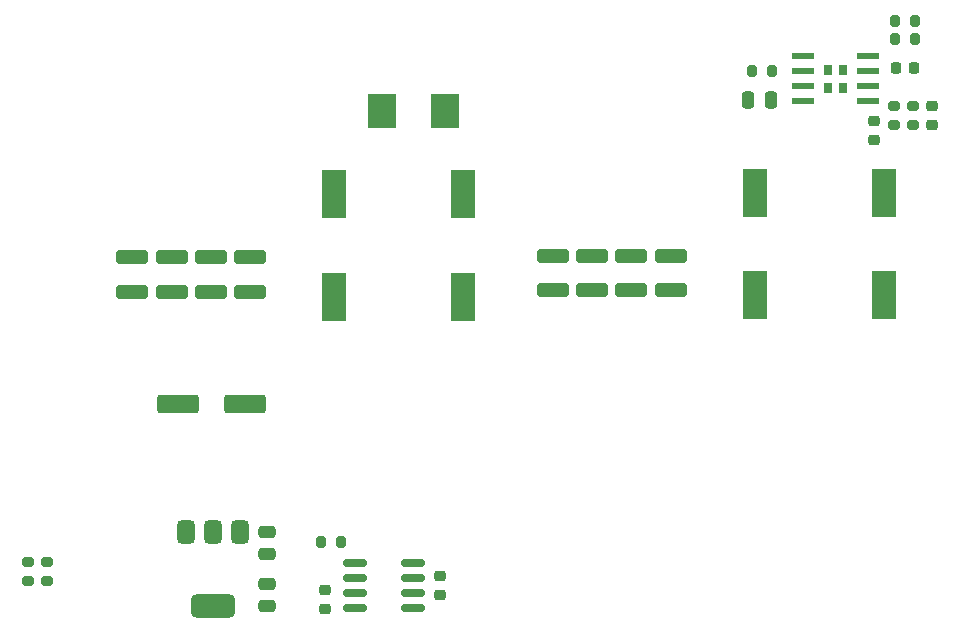
<source format=gbr>
%TF.GenerationSoftware,KiCad,Pcbnew,8.0.4*%
%TF.CreationDate,2025-01-13T22:40:44-07:00*%
%TF.ProjectId,Battery-Board,42617474-6572-4792-9d42-6f6172642e6b,rev?*%
%TF.SameCoordinates,Original*%
%TF.FileFunction,Paste,Bot*%
%TF.FilePolarity,Positive*%
%FSLAX46Y46*%
G04 Gerber Fmt 4.6, Leading zero omitted, Abs format (unit mm)*
G04 Created by KiCad (PCBNEW 8.0.4) date 2025-01-13 22:40:44*
%MOMM*%
%LPD*%
G01*
G04 APERTURE LIST*
G04 Aperture macros list*
%AMRoundRect*
0 Rectangle with rounded corners*
0 $1 Rounding radius*
0 $2 $3 $4 $5 $6 $7 $8 $9 X,Y pos of 4 corners*
0 Add a 4 corners polygon primitive as box body*
4,1,4,$2,$3,$4,$5,$6,$7,$8,$9,$2,$3,0*
0 Add four circle primitives for the rounded corners*
1,1,$1+$1,$2,$3*
1,1,$1+$1,$4,$5*
1,1,$1+$1,$6,$7*
1,1,$1+$1,$8,$9*
0 Add four rect primitives between the rounded corners*
20,1,$1+$1,$2,$3,$4,$5,0*
20,1,$1+$1,$4,$5,$6,$7,0*
20,1,$1+$1,$6,$7,$8,$9,0*
20,1,$1+$1,$8,$9,$2,$3,0*%
G04 Aperture macros list end*
%ADD10RoundRect,0.250000X1.500000X0.550000X-1.500000X0.550000X-1.500000X-0.550000X1.500000X-0.550000X0*%
%ADD11RoundRect,0.250000X-1.100000X0.325000X-1.100000X-0.325000X1.100000X-0.325000X1.100000X0.325000X0*%
%ADD12RoundRect,0.225000X-0.250000X0.225000X-0.250000X-0.225000X0.250000X-0.225000X0.250000X0.225000X0*%
%ADD13R,2.000000X4.100000*%
%ADD14R,2.475000X3.000000*%
%ADD15RoundRect,0.200000X0.200000X0.275000X-0.200000X0.275000X-0.200000X-0.275000X0.200000X-0.275000X0*%
%ADD16RoundRect,0.375000X-0.375000X0.625000X-0.375000X-0.625000X0.375000X-0.625000X0.375000X0.625000X0*%
%ADD17RoundRect,0.500000X-1.400000X0.500000X-1.400000X-0.500000X1.400000X-0.500000X1.400000X0.500000X0*%
%ADD18R,1.910000X0.610000*%
%ADD19R,0.723000X0.930000*%
%ADD20RoundRect,0.250000X-0.475000X0.250000X-0.475000X-0.250000X0.475000X-0.250000X0.475000X0.250000X0*%
%ADD21RoundRect,0.200000X0.275000X-0.200000X0.275000X0.200000X-0.275000X0.200000X-0.275000X-0.200000X0*%
%ADD22RoundRect,0.218750X0.256250X-0.218750X0.256250X0.218750X-0.256250X0.218750X-0.256250X-0.218750X0*%
%ADD23RoundRect,0.250000X0.250000X0.475000X-0.250000X0.475000X-0.250000X-0.475000X0.250000X-0.475000X0*%
%ADD24RoundRect,0.150000X0.825000X0.150000X-0.825000X0.150000X-0.825000X-0.150000X0.825000X-0.150000X0*%
%ADD25RoundRect,0.250000X0.475000X-0.250000X0.475000X0.250000X-0.475000X0.250000X-0.475000X-0.250000X0*%
%ADD26RoundRect,0.200000X-0.275000X0.200000X-0.275000X-0.200000X0.275000X-0.200000X0.275000X0.200000X0*%
%ADD27RoundRect,0.225000X-0.225000X-0.250000X0.225000X-0.250000X0.225000X0.250000X-0.225000X0.250000X0*%
%ADD28RoundRect,0.200000X-0.200000X-0.275000X0.200000X-0.275000X0.200000X0.275000X-0.200000X0.275000X0*%
G04 APERTURE END LIST*
D10*
%TO.C,C89*%
X133300000Y-131000000D03*
X127700000Y-131000000D03*
%TD*%
D11*
%TO.C,C30*%
X166035712Y-118470000D03*
X166035712Y-121420000D03*
%TD*%
D12*
%TO.C,C94*%
X186600000Y-107100000D03*
X186600000Y-108650000D03*
%TD*%
D13*
%TO.C,C77*%
X140900000Y-121950000D03*
X140900000Y-113250000D03*
%TD*%
D14*
%TO.C,JP2*%
X150287500Y-106200000D03*
X144912500Y-106200000D03*
%TD*%
D13*
%TO.C,C81*%
X151800000Y-121950000D03*
X151800000Y-113250000D03*
%TD*%
D15*
%TO.C,R50*%
X190025000Y-98600000D03*
X188375000Y-98600000D03*
%TD*%
D11*
%TO.C,C62*%
X127114284Y-118570000D03*
X127114284Y-121520000D03*
%TD*%
D16*
%TO.C,U4*%
X128300000Y-141850000D03*
X130600000Y-141850000D03*
D17*
X130600000Y-148150000D03*
D16*
X132900000Y-141850000D03*
%TD*%
D18*
%TO.C,U18*%
X186100000Y-101590000D03*
X186100000Y-102860000D03*
X186100000Y-104130000D03*
X186100000Y-105400000D03*
X180540000Y-105400000D03*
X180540000Y-104130000D03*
X180540000Y-102860000D03*
X180540000Y-101590000D03*
D19*
X183922500Y-104270000D03*
X183922500Y-102720000D03*
X182717500Y-104270000D03*
X182717500Y-102720000D03*
%TD*%
D11*
%TO.C,C67*%
X133757140Y-118570000D03*
X133757140Y-121520000D03*
%TD*%
D20*
%TO.C,C87*%
X135200000Y-141850000D03*
X135200000Y-143750000D03*
%TD*%
D21*
%TO.C,R6*%
X115000000Y-146025000D03*
X115000000Y-144375000D03*
%TD*%
%TO.C,R5*%
X116600000Y-146025000D03*
X116600000Y-144375000D03*
%TD*%
D11*
%TO.C,C32*%
X169357140Y-118470000D03*
X169357140Y-121420000D03*
%TD*%
D13*
%TO.C,C46*%
X187400000Y-121850000D03*
X187400000Y-113150000D03*
%TD*%
%TO.C,C42*%
X176500000Y-121850000D03*
X176500000Y-113150000D03*
%TD*%
D12*
%TO.C,C14*%
X140100000Y-146825000D03*
X140100000Y-148375000D03*
%TD*%
D21*
%TO.C,R49*%
X188300000Y-107425000D03*
X188300000Y-105775000D03*
%TD*%
D22*
%TO.C,D18*%
X191500000Y-107387500D03*
X191500000Y-105812500D03*
%TD*%
D23*
%TO.C,C52*%
X177850000Y-105300000D03*
X175950000Y-105300000D03*
%TD*%
D11*
%TO.C,C23*%
X159392852Y-118470000D03*
X159392852Y-121420000D03*
%TD*%
%TO.C,C58*%
X123792852Y-118570000D03*
X123792852Y-121520000D03*
%TD*%
D15*
%TO.C,R53*%
X177925000Y-102870000D03*
X176275000Y-102870000D03*
%TD*%
D24*
%TO.C,U6*%
X147575000Y-144495000D03*
X147575000Y-145765000D03*
X147575000Y-147035000D03*
X147575000Y-148305000D03*
X142625000Y-148305000D03*
X142625000Y-147035000D03*
X142625000Y-145765000D03*
X142625000Y-144495000D03*
%TD*%
D15*
%TO.C,R4*%
X141425000Y-142700000D03*
X139775000Y-142700000D03*
%TD*%
D25*
%TO.C,C88*%
X135200000Y-148150000D03*
X135200000Y-146250000D03*
%TD*%
D11*
%TO.C,C65*%
X130435712Y-118570000D03*
X130435712Y-121520000D03*
%TD*%
D26*
%TO.C,R48*%
X189900000Y-105775000D03*
X189900000Y-107425000D03*
%TD*%
D27*
%TO.C,C95*%
X188425000Y-102600000D03*
X189975000Y-102600000D03*
%TD*%
D11*
%TO.C,C27*%
X162714284Y-118470000D03*
X162714284Y-121420000D03*
%TD*%
D28*
%TO.C,R51*%
X188375000Y-100100000D03*
X190025000Y-100100000D03*
%TD*%
D12*
%TO.C,C11*%
X149800000Y-145625000D03*
X149800000Y-147175000D03*
%TD*%
M02*

</source>
